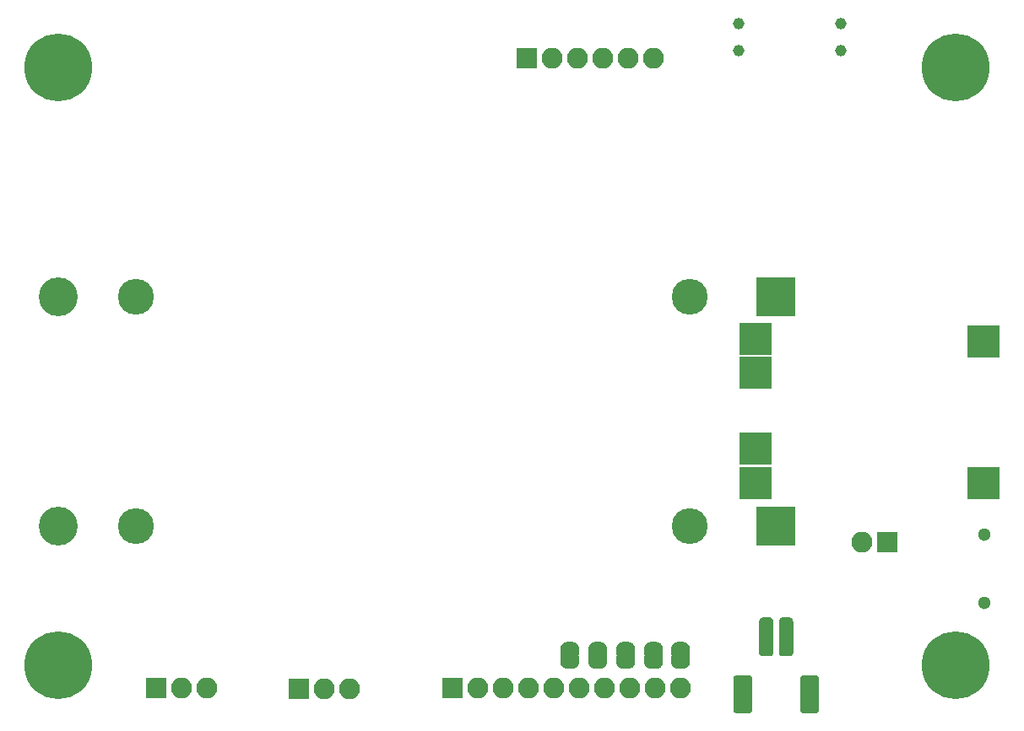
<source format=gbr>
G04 #@! TF.GenerationSoftware,KiCad,Pcbnew,(5.1.5-0-10_14)*
G04 #@! TF.CreationDate,2020-04-17T21:23:15+02:00*
G04 #@! TF.ProjectId,inuk-base,696e756b-2d62-4617-9365-2e6b69636164,rev?*
G04 #@! TF.SameCoordinates,Original*
G04 #@! TF.FileFunction,Soldermask,Bot*
G04 #@! TF.FilePolarity,Negative*
%FSLAX46Y46*%
G04 Gerber Fmt 4.6, Leading zero omitted, Abs format (unit mm)*
G04 Created by KiCad (PCBNEW (5.1.5-0-10_14)) date 2020-04-17 21:23:15*
%MOMM*%
%LPD*%
G04 APERTURE LIST*
%ADD10C,1.150000*%
%ADD11C,0.100000*%
%ADD12C,1.300000*%
%ADD13O,2.100000X2.100000*%
%ADD14R,2.100000X2.100000*%
%ADD15R,3.200000X3.200000*%
%ADD16C,1.200000*%
%ADD17C,6.800000*%
%ADD18C,3.600000*%
%ADD19R,3.900000X3.900000*%
%ADD20C,3.900000*%
G04 APERTURE END LIST*
D10*
X138450000Y-75525000D03*
X138450000Y-78275000D03*
X128250000Y-75525000D03*
X128250000Y-78275000D03*
D11*
G36*
X129314372Y-141001525D02*
G01*
X129345112Y-141006085D01*
X129375257Y-141013636D01*
X129404516Y-141024105D01*
X129432609Y-141037392D01*
X129459264Y-141053368D01*
X129484224Y-141071880D01*
X129507250Y-141092750D01*
X129528120Y-141115776D01*
X129546632Y-141140736D01*
X129562608Y-141167391D01*
X129575895Y-141195484D01*
X129586364Y-141224743D01*
X129593915Y-141254888D01*
X129598475Y-141285628D01*
X129600000Y-141316667D01*
X129600000Y-144483333D01*
X129598475Y-144514372D01*
X129593915Y-144545112D01*
X129586364Y-144575257D01*
X129575895Y-144604516D01*
X129562608Y-144632609D01*
X129546632Y-144659264D01*
X129528120Y-144684224D01*
X129507250Y-144707250D01*
X129484224Y-144728120D01*
X129459264Y-144746632D01*
X129432609Y-144762608D01*
X129404516Y-144775895D01*
X129375257Y-144786364D01*
X129345112Y-144793915D01*
X129314372Y-144798475D01*
X129283333Y-144800000D01*
X128016667Y-144800000D01*
X127985628Y-144798475D01*
X127954888Y-144793915D01*
X127924743Y-144786364D01*
X127895484Y-144775895D01*
X127867391Y-144762608D01*
X127840736Y-144746632D01*
X127815776Y-144728120D01*
X127792750Y-144707250D01*
X127771880Y-144684224D01*
X127753368Y-144659264D01*
X127737392Y-144632609D01*
X127724105Y-144604516D01*
X127713636Y-144575257D01*
X127706085Y-144545112D01*
X127701525Y-144514372D01*
X127700000Y-144483333D01*
X127700000Y-141316667D01*
X127701525Y-141285628D01*
X127706085Y-141254888D01*
X127713636Y-141224743D01*
X127724105Y-141195484D01*
X127737392Y-141167391D01*
X127753368Y-141140736D01*
X127771880Y-141115776D01*
X127792750Y-141092750D01*
X127815776Y-141071880D01*
X127840736Y-141053368D01*
X127867391Y-141037392D01*
X127895484Y-141024105D01*
X127924743Y-141013636D01*
X127954888Y-141006085D01*
X127985628Y-141001525D01*
X128016667Y-141000000D01*
X129283333Y-141000000D01*
X129314372Y-141001525D01*
G37*
G36*
X136014372Y-141001525D02*
G01*
X136045112Y-141006085D01*
X136075257Y-141013636D01*
X136104516Y-141024105D01*
X136132609Y-141037392D01*
X136159264Y-141053368D01*
X136184224Y-141071880D01*
X136207250Y-141092750D01*
X136228120Y-141115776D01*
X136246632Y-141140736D01*
X136262608Y-141167391D01*
X136275895Y-141195484D01*
X136286364Y-141224743D01*
X136293915Y-141254888D01*
X136298475Y-141285628D01*
X136300000Y-141316667D01*
X136300000Y-144483333D01*
X136298475Y-144514372D01*
X136293915Y-144545112D01*
X136286364Y-144575257D01*
X136275895Y-144604516D01*
X136262608Y-144632609D01*
X136246632Y-144659264D01*
X136228120Y-144684224D01*
X136207250Y-144707250D01*
X136184224Y-144728120D01*
X136159264Y-144746632D01*
X136132609Y-144762608D01*
X136104516Y-144775895D01*
X136075257Y-144786364D01*
X136045112Y-144793915D01*
X136014372Y-144798475D01*
X135983333Y-144800000D01*
X134716667Y-144800000D01*
X134685628Y-144798475D01*
X134654888Y-144793915D01*
X134624743Y-144786364D01*
X134595484Y-144775895D01*
X134567391Y-144762608D01*
X134540736Y-144746632D01*
X134515776Y-144728120D01*
X134492750Y-144707250D01*
X134471880Y-144684224D01*
X134453368Y-144659264D01*
X134437392Y-144632609D01*
X134424105Y-144604516D01*
X134413636Y-144575257D01*
X134406085Y-144545112D01*
X134401525Y-144514372D01*
X134400000Y-144483333D01*
X134400000Y-141316667D01*
X134401525Y-141285628D01*
X134406085Y-141254888D01*
X134413636Y-141224743D01*
X134424105Y-141195484D01*
X134437392Y-141167391D01*
X134453368Y-141140736D01*
X134471880Y-141115776D01*
X134492750Y-141092750D01*
X134515776Y-141071880D01*
X134540736Y-141053368D01*
X134567391Y-141037392D01*
X134595484Y-141024105D01*
X134624743Y-141013636D01*
X134654888Y-141006085D01*
X134685628Y-141001525D01*
X134716667Y-141000000D01*
X135983333Y-141000000D01*
X136014372Y-141001525D01*
G37*
G36*
X131384306Y-135201685D02*
G01*
X131418282Y-135206725D01*
X131451600Y-135215071D01*
X131483939Y-135226642D01*
X131514989Y-135241328D01*
X131544450Y-135258986D01*
X131572038Y-135279446D01*
X131597487Y-135302513D01*
X131620554Y-135327962D01*
X131641014Y-135355550D01*
X131658672Y-135385011D01*
X131673358Y-135416061D01*
X131684929Y-135448400D01*
X131693275Y-135481718D01*
X131698315Y-135515694D01*
X131700000Y-135550000D01*
X131700000Y-138750000D01*
X131698315Y-138784306D01*
X131693275Y-138818282D01*
X131684929Y-138851600D01*
X131673358Y-138883939D01*
X131658672Y-138914989D01*
X131641014Y-138944450D01*
X131620554Y-138972038D01*
X131597487Y-138997487D01*
X131572038Y-139020554D01*
X131544450Y-139041014D01*
X131514989Y-139058672D01*
X131483939Y-139073358D01*
X131451600Y-139084929D01*
X131418282Y-139093275D01*
X131384306Y-139098315D01*
X131350000Y-139100000D01*
X130650000Y-139100000D01*
X130615694Y-139098315D01*
X130581718Y-139093275D01*
X130548400Y-139084929D01*
X130516061Y-139073358D01*
X130485011Y-139058672D01*
X130455550Y-139041014D01*
X130427962Y-139020554D01*
X130402513Y-138997487D01*
X130379446Y-138972038D01*
X130358986Y-138944450D01*
X130341328Y-138914989D01*
X130326642Y-138883939D01*
X130315071Y-138851600D01*
X130306725Y-138818282D01*
X130301685Y-138784306D01*
X130300000Y-138750000D01*
X130300000Y-135550000D01*
X130301685Y-135515694D01*
X130306725Y-135481718D01*
X130315071Y-135448400D01*
X130326642Y-135416061D01*
X130341328Y-135385011D01*
X130358986Y-135355550D01*
X130379446Y-135327962D01*
X130402513Y-135302513D01*
X130427962Y-135279446D01*
X130455550Y-135258986D01*
X130485011Y-135241328D01*
X130516061Y-135226642D01*
X130548400Y-135215071D01*
X130581718Y-135206725D01*
X130615694Y-135201685D01*
X130650000Y-135200000D01*
X131350000Y-135200000D01*
X131384306Y-135201685D01*
G37*
G36*
X133384306Y-135201685D02*
G01*
X133418282Y-135206725D01*
X133451600Y-135215071D01*
X133483939Y-135226642D01*
X133514989Y-135241328D01*
X133544450Y-135258986D01*
X133572038Y-135279446D01*
X133597487Y-135302513D01*
X133620554Y-135327962D01*
X133641014Y-135355550D01*
X133658672Y-135385011D01*
X133673358Y-135416061D01*
X133684929Y-135448400D01*
X133693275Y-135481718D01*
X133698315Y-135515694D01*
X133700000Y-135550000D01*
X133700000Y-138750000D01*
X133698315Y-138784306D01*
X133693275Y-138818282D01*
X133684929Y-138851600D01*
X133673358Y-138883939D01*
X133658672Y-138914989D01*
X133641014Y-138944450D01*
X133620554Y-138972038D01*
X133597487Y-138997487D01*
X133572038Y-139020554D01*
X133544450Y-139041014D01*
X133514989Y-139058672D01*
X133483939Y-139073358D01*
X133451600Y-139084929D01*
X133418282Y-139093275D01*
X133384306Y-139098315D01*
X133350000Y-139100000D01*
X132650000Y-139100000D01*
X132615694Y-139098315D01*
X132581718Y-139093275D01*
X132548400Y-139084929D01*
X132516061Y-139073358D01*
X132485011Y-139058672D01*
X132455550Y-139041014D01*
X132427962Y-139020554D01*
X132402513Y-138997487D01*
X132379446Y-138972038D01*
X132358986Y-138944450D01*
X132341328Y-138914989D01*
X132326642Y-138883939D01*
X132315071Y-138851600D01*
X132306725Y-138818282D01*
X132301685Y-138784306D01*
X132300000Y-138750000D01*
X132300000Y-135550000D01*
X132301685Y-135515694D01*
X132306725Y-135481718D01*
X132315071Y-135448400D01*
X132326642Y-135416061D01*
X132341328Y-135385011D01*
X132358986Y-135355550D01*
X132379446Y-135327962D01*
X132402513Y-135302513D01*
X132427962Y-135279446D01*
X132455550Y-135258986D01*
X132485011Y-135241328D01*
X132516061Y-135226642D01*
X132548400Y-135215071D01*
X132581718Y-135206725D01*
X132615694Y-135201685D01*
X132650000Y-135200000D01*
X133350000Y-135200000D01*
X133384306Y-135201685D01*
G37*
D12*
X152900000Y-126900000D03*
X152900000Y-133700000D03*
D13*
X140560000Y-127600000D03*
D14*
X143100000Y-127600000D03*
D13*
X89180000Y-142400000D03*
X86640000Y-142400000D03*
D14*
X84100000Y-142400000D03*
D13*
X74940000Y-142300000D03*
X72400000Y-142300000D03*
D14*
X69860000Y-142300000D03*
D15*
X129900000Y-110600000D03*
X129900000Y-118200000D03*
X129900000Y-107200000D03*
X129900000Y-121700000D03*
X152800000Y-107500000D03*
X152800000Y-121700000D03*
D13*
X122360000Y-142300000D03*
X119820000Y-142300000D03*
X117280000Y-142300000D03*
X114740000Y-142300000D03*
X112200000Y-142300000D03*
X109660000Y-142300000D03*
X107120000Y-142300000D03*
X104580000Y-142300000D03*
X102040000Y-142300000D03*
D14*
X99500000Y-142300000D03*
D11*
G36*
X123349398Y-139656112D02*
G01*
X123349398Y-139674534D01*
X123348435Y-139694140D01*
X123343625Y-139742971D01*
X123340746Y-139762380D01*
X123331174Y-139810505D01*
X123326404Y-139829548D01*
X123312160Y-139876503D01*
X123305549Y-139894980D01*
X123286772Y-139940313D01*
X123278377Y-139958061D01*
X123255246Y-140001334D01*
X123245160Y-140018162D01*
X123217900Y-140058961D01*
X123206205Y-140074730D01*
X123175077Y-140112659D01*
X123161897Y-140127200D01*
X123127200Y-140161897D01*
X123112659Y-140175077D01*
X123074730Y-140206205D01*
X123058961Y-140217900D01*
X123018162Y-140245160D01*
X123001334Y-140255246D01*
X122958061Y-140278377D01*
X122940313Y-140286772D01*
X122894980Y-140305549D01*
X122876503Y-140312160D01*
X122829548Y-140326404D01*
X122810505Y-140331174D01*
X122762380Y-140340746D01*
X122742971Y-140343625D01*
X122694140Y-140348435D01*
X122674534Y-140349398D01*
X122656112Y-140349398D01*
X122650000Y-140350000D01*
X122150000Y-140350000D01*
X122143888Y-140349398D01*
X122125466Y-140349398D01*
X122105860Y-140348435D01*
X122057029Y-140343625D01*
X122037620Y-140340746D01*
X121989495Y-140331174D01*
X121970452Y-140326404D01*
X121923497Y-140312160D01*
X121905020Y-140305549D01*
X121859687Y-140286772D01*
X121841939Y-140278377D01*
X121798666Y-140255246D01*
X121781838Y-140245160D01*
X121741039Y-140217900D01*
X121725270Y-140206205D01*
X121687341Y-140175077D01*
X121672800Y-140161897D01*
X121638103Y-140127200D01*
X121624923Y-140112659D01*
X121593795Y-140074730D01*
X121582100Y-140058961D01*
X121554840Y-140018162D01*
X121544754Y-140001334D01*
X121521623Y-139958061D01*
X121513228Y-139940313D01*
X121494451Y-139894980D01*
X121487840Y-139876503D01*
X121473596Y-139829548D01*
X121468826Y-139810505D01*
X121459254Y-139762380D01*
X121456375Y-139742971D01*
X121451565Y-139694140D01*
X121450602Y-139674534D01*
X121450602Y-139656112D01*
X121450000Y-139650000D01*
X121450000Y-139150000D01*
X121453843Y-139110982D01*
X121465224Y-139073463D01*
X121483706Y-139038886D01*
X121508579Y-139008579D01*
X121538886Y-138983706D01*
X121573463Y-138965224D01*
X121610982Y-138953843D01*
X121650000Y-138950000D01*
X123150000Y-138950000D01*
X123189018Y-138953843D01*
X123226537Y-138965224D01*
X123261114Y-138983706D01*
X123291421Y-139008579D01*
X123316294Y-139038886D01*
X123334776Y-139073463D01*
X123346157Y-139110982D01*
X123350000Y-139150000D01*
X123350000Y-139650000D01*
X123349398Y-139656112D01*
G37*
G36*
X123346157Y-138889018D02*
G01*
X123334776Y-138926537D01*
X123316294Y-138961114D01*
X123291421Y-138991421D01*
X123261114Y-139016294D01*
X123226537Y-139034776D01*
X123189018Y-139046157D01*
X123150000Y-139050000D01*
X121650000Y-139050000D01*
X121610982Y-139046157D01*
X121573463Y-139034776D01*
X121538886Y-139016294D01*
X121508579Y-138991421D01*
X121483706Y-138961114D01*
X121465224Y-138926537D01*
X121453843Y-138889018D01*
X121450000Y-138850000D01*
X121450000Y-138350000D01*
X121450602Y-138343888D01*
X121450602Y-138325466D01*
X121451565Y-138305860D01*
X121456375Y-138257029D01*
X121459254Y-138237620D01*
X121468826Y-138189495D01*
X121473596Y-138170452D01*
X121487840Y-138123497D01*
X121494451Y-138105020D01*
X121513228Y-138059687D01*
X121521623Y-138041939D01*
X121544754Y-137998666D01*
X121554840Y-137981838D01*
X121582100Y-137941039D01*
X121593795Y-137925270D01*
X121624923Y-137887341D01*
X121638103Y-137872800D01*
X121672800Y-137838103D01*
X121687341Y-137824923D01*
X121725270Y-137793795D01*
X121741039Y-137782100D01*
X121781838Y-137754840D01*
X121798666Y-137744754D01*
X121841939Y-137721623D01*
X121859687Y-137713228D01*
X121905020Y-137694451D01*
X121923497Y-137687840D01*
X121970452Y-137673596D01*
X121989495Y-137668826D01*
X122037620Y-137659254D01*
X122057029Y-137656375D01*
X122105860Y-137651565D01*
X122125466Y-137650602D01*
X122143888Y-137650602D01*
X122150000Y-137650000D01*
X122650000Y-137650000D01*
X122656112Y-137650602D01*
X122674534Y-137650602D01*
X122694140Y-137651565D01*
X122742971Y-137656375D01*
X122762380Y-137659254D01*
X122810505Y-137668826D01*
X122829548Y-137673596D01*
X122876503Y-137687840D01*
X122894980Y-137694451D01*
X122940313Y-137713228D01*
X122958061Y-137721623D01*
X123001334Y-137744754D01*
X123018162Y-137754840D01*
X123058961Y-137782100D01*
X123074730Y-137793795D01*
X123112659Y-137824923D01*
X123127200Y-137838103D01*
X123161897Y-137872800D01*
X123175077Y-137887341D01*
X123206205Y-137925270D01*
X123217900Y-137941039D01*
X123245160Y-137981838D01*
X123255246Y-137998666D01*
X123278377Y-138041939D01*
X123286772Y-138059687D01*
X123305549Y-138105020D01*
X123312160Y-138123497D01*
X123326404Y-138170452D01*
X123331174Y-138189495D01*
X123340746Y-138237620D01*
X123343625Y-138257029D01*
X123348435Y-138305860D01*
X123349398Y-138325466D01*
X123349398Y-138343888D01*
X123350000Y-138350000D01*
X123350000Y-138850000D01*
X123346157Y-138889018D01*
G37*
G36*
X120649398Y-139656112D02*
G01*
X120649398Y-139674534D01*
X120648435Y-139694140D01*
X120643625Y-139742971D01*
X120640746Y-139762380D01*
X120631174Y-139810505D01*
X120626404Y-139829548D01*
X120612160Y-139876503D01*
X120605549Y-139894980D01*
X120586772Y-139940313D01*
X120578377Y-139958061D01*
X120555246Y-140001334D01*
X120545160Y-140018162D01*
X120517900Y-140058961D01*
X120506205Y-140074730D01*
X120475077Y-140112659D01*
X120461897Y-140127200D01*
X120427200Y-140161897D01*
X120412659Y-140175077D01*
X120374730Y-140206205D01*
X120358961Y-140217900D01*
X120318162Y-140245160D01*
X120301334Y-140255246D01*
X120258061Y-140278377D01*
X120240313Y-140286772D01*
X120194980Y-140305549D01*
X120176503Y-140312160D01*
X120129548Y-140326404D01*
X120110505Y-140331174D01*
X120062380Y-140340746D01*
X120042971Y-140343625D01*
X119994140Y-140348435D01*
X119974534Y-140349398D01*
X119956112Y-140349398D01*
X119950000Y-140350000D01*
X119450000Y-140350000D01*
X119443888Y-140349398D01*
X119425466Y-140349398D01*
X119405860Y-140348435D01*
X119357029Y-140343625D01*
X119337620Y-140340746D01*
X119289495Y-140331174D01*
X119270452Y-140326404D01*
X119223497Y-140312160D01*
X119205020Y-140305549D01*
X119159687Y-140286772D01*
X119141939Y-140278377D01*
X119098666Y-140255246D01*
X119081838Y-140245160D01*
X119041039Y-140217900D01*
X119025270Y-140206205D01*
X118987341Y-140175077D01*
X118972800Y-140161897D01*
X118938103Y-140127200D01*
X118924923Y-140112659D01*
X118893795Y-140074730D01*
X118882100Y-140058961D01*
X118854840Y-140018162D01*
X118844754Y-140001334D01*
X118821623Y-139958061D01*
X118813228Y-139940313D01*
X118794451Y-139894980D01*
X118787840Y-139876503D01*
X118773596Y-139829548D01*
X118768826Y-139810505D01*
X118759254Y-139762380D01*
X118756375Y-139742971D01*
X118751565Y-139694140D01*
X118750602Y-139674534D01*
X118750602Y-139656112D01*
X118750000Y-139650000D01*
X118750000Y-139150000D01*
X118753843Y-139110982D01*
X118765224Y-139073463D01*
X118783706Y-139038886D01*
X118808579Y-139008579D01*
X118838886Y-138983706D01*
X118873463Y-138965224D01*
X118910982Y-138953843D01*
X118950000Y-138950000D01*
X120450000Y-138950000D01*
X120489018Y-138953843D01*
X120526537Y-138965224D01*
X120561114Y-138983706D01*
X120591421Y-139008579D01*
X120616294Y-139038886D01*
X120634776Y-139073463D01*
X120646157Y-139110982D01*
X120650000Y-139150000D01*
X120650000Y-139650000D01*
X120649398Y-139656112D01*
G37*
G36*
X120646157Y-138889018D02*
G01*
X120634776Y-138926537D01*
X120616294Y-138961114D01*
X120591421Y-138991421D01*
X120561114Y-139016294D01*
X120526537Y-139034776D01*
X120489018Y-139046157D01*
X120450000Y-139050000D01*
X118950000Y-139050000D01*
X118910982Y-139046157D01*
X118873463Y-139034776D01*
X118838886Y-139016294D01*
X118808579Y-138991421D01*
X118783706Y-138961114D01*
X118765224Y-138926537D01*
X118753843Y-138889018D01*
X118750000Y-138850000D01*
X118750000Y-138350000D01*
X118750602Y-138343888D01*
X118750602Y-138325466D01*
X118751565Y-138305860D01*
X118756375Y-138257029D01*
X118759254Y-138237620D01*
X118768826Y-138189495D01*
X118773596Y-138170452D01*
X118787840Y-138123497D01*
X118794451Y-138105020D01*
X118813228Y-138059687D01*
X118821623Y-138041939D01*
X118844754Y-137998666D01*
X118854840Y-137981838D01*
X118882100Y-137941039D01*
X118893795Y-137925270D01*
X118924923Y-137887341D01*
X118938103Y-137872800D01*
X118972800Y-137838103D01*
X118987341Y-137824923D01*
X119025270Y-137793795D01*
X119041039Y-137782100D01*
X119081838Y-137754840D01*
X119098666Y-137744754D01*
X119141939Y-137721623D01*
X119159687Y-137713228D01*
X119205020Y-137694451D01*
X119223497Y-137687840D01*
X119270452Y-137673596D01*
X119289495Y-137668826D01*
X119337620Y-137659254D01*
X119357029Y-137656375D01*
X119405860Y-137651565D01*
X119425466Y-137650602D01*
X119443888Y-137650602D01*
X119450000Y-137650000D01*
X119950000Y-137650000D01*
X119956112Y-137650602D01*
X119974534Y-137650602D01*
X119994140Y-137651565D01*
X120042971Y-137656375D01*
X120062380Y-137659254D01*
X120110505Y-137668826D01*
X120129548Y-137673596D01*
X120176503Y-137687840D01*
X120194980Y-137694451D01*
X120240313Y-137713228D01*
X120258061Y-137721623D01*
X120301334Y-137744754D01*
X120318162Y-137754840D01*
X120358961Y-137782100D01*
X120374730Y-137793795D01*
X120412659Y-137824923D01*
X120427200Y-137838103D01*
X120461897Y-137872800D01*
X120475077Y-137887341D01*
X120506205Y-137925270D01*
X120517900Y-137941039D01*
X120545160Y-137981838D01*
X120555246Y-137998666D01*
X120578377Y-138041939D01*
X120586772Y-138059687D01*
X120605549Y-138105020D01*
X120612160Y-138123497D01*
X120626404Y-138170452D01*
X120631174Y-138189495D01*
X120640746Y-138237620D01*
X120643625Y-138257029D01*
X120648435Y-138305860D01*
X120649398Y-138325466D01*
X120649398Y-138343888D01*
X120650000Y-138350000D01*
X120650000Y-138850000D01*
X120646157Y-138889018D01*
G37*
G36*
X117849398Y-139656112D02*
G01*
X117849398Y-139674534D01*
X117848435Y-139694140D01*
X117843625Y-139742971D01*
X117840746Y-139762380D01*
X117831174Y-139810505D01*
X117826404Y-139829548D01*
X117812160Y-139876503D01*
X117805549Y-139894980D01*
X117786772Y-139940313D01*
X117778377Y-139958061D01*
X117755246Y-140001334D01*
X117745160Y-140018162D01*
X117717900Y-140058961D01*
X117706205Y-140074730D01*
X117675077Y-140112659D01*
X117661897Y-140127200D01*
X117627200Y-140161897D01*
X117612659Y-140175077D01*
X117574730Y-140206205D01*
X117558961Y-140217900D01*
X117518162Y-140245160D01*
X117501334Y-140255246D01*
X117458061Y-140278377D01*
X117440313Y-140286772D01*
X117394980Y-140305549D01*
X117376503Y-140312160D01*
X117329548Y-140326404D01*
X117310505Y-140331174D01*
X117262380Y-140340746D01*
X117242971Y-140343625D01*
X117194140Y-140348435D01*
X117174534Y-140349398D01*
X117156112Y-140349398D01*
X117150000Y-140350000D01*
X116650000Y-140350000D01*
X116643888Y-140349398D01*
X116625466Y-140349398D01*
X116605860Y-140348435D01*
X116557029Y-140343625D01*
X116537620Y-140340746D01*
X116489495Y-140331174D01*
X116470452Y-140326404D01*
X116423497Y-140312160D01*
X116405020Y-140305549D01*
X116359687Y-140286772D01*
X116341939Y-140278377D01*
X116298666Y-140255246D01*
X116281838Y-140245160D01*
X116241039Y-140217900D01*
X116225270Y-140206205D01*
X116187341Y-140175077D01*
X116172800Y-140161897D01*
X116138103Y-140127200D01*
X116124923Y-140112659D01*
X116093795Y-140074730D01*
X116082100Y-140058961D01*
X116054840Y-140018162D01*
X116044754Y-140001334D01*
X116021623Y-139958061D01*
X116013228Y-139940313D01*
X115994451Y-139894980D01*
X115987840Y-139876503D01*
X115973596Y-139829548D01*
X115968826Y-139810505D01*
X115959254Y-139762380D01*
X115956375Y-139742971D01*
X115951565Y-139694140D01*
X115950602Y-139674534D01*
X115950602Y-139656112D01*
X115950000Y-139650000D01*
X115950000Y-139150000D01*
X115953843Y-139110982D01*
X115965224Y-139073463D01*
X115983706Y-139038886D01*
X116008579Y-139008579D01*
X116038886Y-138983706D01*
X116073463Y-138965224D01*
X116110982Y-138953843D01*
X116150000Y-138950000D01*
X117650000Y-138950000D01*
X117689018Y-138953843D01*
X117726537Y-138965224D01*
X117761114Y-138983706D01*
X117791421Y-139008579D01*
X117816294Y-139038886D01*
X117834776Y-139073463D01*
X117846157Y-139110982D01*
X117850000Y-139150000D01*
X117850000Y-139650000D01*
X117849398Y-139656112D01*
G37*
G36*
X117846157Y-138889018D02*
G01*
X117834776Y-138926537D01*
X117816294Y-138961114D01*
X117791421Y-138991421D01*
X117761114Y-139016294D01*
X117726537Y-139034776D01*
X117689018Y-139046157D01*
X117650000Y-139050000D01*
X116150000Y-139050000D01*
X116110982Y-139046157D01*
X116073463Y-139034776D01*
X116038886Y-139016294D01*
X116008579Y-138991421D01*
X115983706Y-138961114D01*
X115965224Y-138926537D01*
X115953843Y-138889018D01*
X115950000Y-138850000D01*
X115950000Y-138350000D01*
X115950602Y-138343888D01*
X115950602Y-138325466D01*
X115951565Y-138305860D01*
X115956375Y-138257029D01*
X115959254Y-138237620D01*
X115968826Y-138189495D01*
X115973596Y-138170452D01*
X115987840Y-138123497D01*
X115994451Y-138105020D01*
X116013228Y-138059687D01*
X116021623Y-138041939D01*
X116044754Y-137998666D01*
X116054840Y-137981838D01*
X116082100Y-137941039D01*
X116093795Y-137925270D01*
X116124923Y-137887341D01*
X116138103Y-137872800D01*
X116172800Y-137838103D01*
X116187341Y-137824923D01*
X116225270Y-137793795D01*
X116241039Y-137782100D01*
X116281838Y-137754840D01*
X116298666Y-137744754D01*
X116341939Y-137721623D01*
X116359687Y-137713228D01*
X116405020Y-137694451D01*
X116423497Y-137687840D01*
X116470452Y-137673596D01*
X116489495Y-137668826D01*
X116537620Y-137659254D01*
X116557029Y-137656375D01*
X116605860Y-137651565D01*
X116625466Y-137650602D01*
X116643888Y-137650602D01*
X116650000Y-137650000D01*
X117150000Y-137650000D01*
X117156112Y-137650602D01*
X117174534Y-137650602D01*
X117194140Y-137651565D01*
X117242971Y-137656375D01*
X117262380Y-137659254D01*
X117310505Y-137668826D01*
X117329548Y-137673596D01*
X117376503Y-137687840D01*
X117394980Y-137694451D01*
X117440313Y-137713228D01*
X117458061Y-137721623D01*
X117501334Y-137744754D01*
X117518162Y-137754840D01*
X117558961Y-137782100D01*
X117574730Y-137793795D01*
X117612659Y-137824923D01*
X117627200Y-137838103D01*
X117661897Y-137872800D01*
X117675077Y-137887341D01*
X117706205Y-137925270D01*
X117717900Y-137941039D01*
X117745160Y-137981838D01*
X117755246Y-137998666D01*
X117778377Y-138041939D01*
X117786772Y-138059687D01*
X117805549Y-138105020D01*
X117812160Y-138123497D01*
X117826404Y-138170452D01*
X117831174Y-138189495D01*
X117840746Y-138237620D01*
X117843625Y-138257029D01*
X117848435Y-138305860D01*
X117849398Y-138325466D01*
X117849398Y-138343888D01*
X117850000Y-138350000D01*
X117850000Y-138850000D01*
X117846157Y-138889018D01*
G37*
G36*
X115049398Y-139656112D02*
G01*
X115049398Y-139674534D01*
X115048435Y-139694140D01*
X115043625Y-139742971D01*
X115040746Y-139762380D01*
X115031174Y-139810505D01*
X115026404Y-139829548D01*
X115012160Y-139876503D01*
X115005549Y-139894980D01*
X114986772Y-139940313D01*
X114978377Y-139958061D01*
X114955246Y-140001334D01*
X114945160Y-140018162D01*
X114917900Y-140058961D01*
X114906205Y-140074730D01*
X114875077Y-140112659D01*
X114861897Y-140127200D01*
X114827200Y-140161897D01*
X114812659Y-140175077D01*
X114774730Y-140206205D01*
X114758961Y-140217900D01*
X114718162Y-140245160D01*
X114701334Y-140255246D01*
X114658061Y-140278377D01*
X114640313Y-140286772D01*
X114594980Y-140305549D01*
X114576503Y-140312160D01*
X114529548Y-140326404D01*
X114510505Y-140331174D01*
X114462380Y-140340746D01*
X114442971Y-140343625D01*
X114394140Y-140348435D01*
X114374534Y-140349398D01*
X114356112Y-140349398D01*
X114350000Y-140350000D01*
X113850000Y-140350000D01*
X113843888Y-140349398D01*
X113825466Y-140349398D01*
X113805860Y-140348435D01*
X113757029Y-140343625D01*
X113737620Y-140340746D01*
X113689495Y-140331174D01*
X113670452Y-140326404D01*
X113623497Y-140312160D01*
X113605020Y-140305549D01*
X113559687Y-140286772D01*
X113541939Y-140278377D01*
X113498666Y-140255246D01*
X113481838Y-140245160D01*
X113441039Y-140217900D01*
X113425270Y-140206205D01*
X113387341Y-140175077D01*
X113372800Y-140161897D01*
X113338103Y-140127200D01*
X113324923Y-140112659D01*
X113293795Y-140074730D01*
X113282100Y-140058961D01*
X113254840Y-140018162D01*
X113244754Y-140001334D01*
X113221623Y-139958061D01*
X113213228Y-139940313D01*
X113194451Y-139894980D01*
X113187840Y-139876503D01*
X113173596Y-139829548D01*
X113168826Y-139810505D01*
X113159254Y-139762380D01*
X113156375Y-139742971D01*
X113151565Y-139694140D01*
X113150602Y-139674534D01*
X113150602Y-139656112D01*
X113150000Y-139650000D01*
X113150000Y-139150000D01*
X113153843Y-139110982D01*
X113165224Y-139073463D01*
X113183706Y-139038886D01*
X113208579Y-139008579D01*
X113238886Y-138983706D01*
X113273463Y-138965224D01*
X113310982Y-138953843D01*
X113350000Y-138950000D01*
X114850000Y-138950000D01*
X114889018Y-138953843D01*
X114926537Y-138965224D01*
X114961114Y-138983706D01*
X114991421Y-139008579D01*
X115016294Y-139038886D01*
X115034776Y-139073463D01*
X115046157Y-139110982D01*
X115050000Y-139150000D01*
X115050000Y-139650000D01*
X115049398Y-139656112D01*
G37*
G36*
X115046157Y-138889018D02*
G01*
X115034776Y-138926537D01*
X115016294Y-138961114D01*
X114991421Y-138991421D01*
X114961114Y-139016294D01*
X114926537Y-139034776D01*
X114889018Y-139046157D01*
X114850000Y-139050000D01*
X113350000Y-139050000D01*
X113310982Y-139046157D01*
X113273463Y-139034776D01*
X113238886Y-139016294D01*
X113208579Y-138991421D01*
X113183706Y-138961114D01*
X113165224Y-138926537D01*
X113153843Y-138889018D01*
X113150000Y-138850000D01*
X113150000Y-138350000D01*
X113150602Y-138343888D01*
X113150602Y-138325466D01*
X113151565Y-138305860D01*
X113156375Y-138257029D01*
X113159254Y-138237620D01*
X113168826Y-138189495D01*
X113173596Y-138170452D01*
X113187840Y-138123497D01*
X113194451Y-138105020D01*
X113213228Y-138059687D01*
X113221623Y-138041939D01*
X113244754Y-137998666D01*
X113254840Y-137981838D01*
X113282100Y-137941039D01*
X113293795Y-137925270D01*
X113324923Y-137887341D01*
X113338103Y-137872800D01*
X113372800Y-137838103D01*
X113387341Y-137824923D01*
X113425270Y-137793795D01*
X113441039Y-137782100D01*
X113481838Y-137754840D01*
X113498666Y-137744754D01*
X113541939Y-137721623D01*
X113559687Y-137713228D01*
X113605020Y-137694451D01*
X113623497Y-137687840D01*
X113670452Y-137673596D01*
X113689495Y-137668826D01*
X113737620Y-137659254D01*
X113757029Y-137656375D01*
X113805860Y-137651565D01*
X113825466Y-137650602D01*
X113843888Y-137650602D01*
X113850000Y-137650000D01*
X114350000Y-137650000D01*
X114356112Y-137650602D01*
X114374534Y-137650602D01*
X114394140Y-137651565D01*
X114442971Y-137656375D01*
X114462380Y-137659254D01*
X114510505Y-137668826D01*
X114529548Y-137673596D01*
X114576503Y-137687840D01*
X114594980Y-137694451D01*
X114640313Y-137713228D01*
X114658061Y-137721623D01*
X114701334Y-137744754D01*
X114718162Y-137754840D01*
X114758961Y-137782100D01*
X114774730Y-137793795D01*
X114812659Y-137824923D01*
X114827200Y-137838103D01*
X114861897Y-137872800D01*
X114875077Y-137887341D01*
X114906205Y-137925270D01*
X114917900Y-137941039D01*
X114945160Y-137981838D01*
X114955246Y-137998666D01*
X114978377Y-138041939D01*
X114986772Y-138059687D01*
X115005549Y-138105020D01*
X115012160Y-138123497D01*
X115026404Y-138170452D01*
X115031174Y-138189495D01*
X115040746Y-138237620D01*
X115043625Y-138257029D01*
X115048435Y-138305860D01*
X115049398Y-138325466D01*
X115049398Y-138343888D01*
X115050000Y-138350000D01*
X115050000Y-138850000D01*
X115046157Y-138889018D01*
G37*
G36*
X112249398Y-139656112D02*
G01*
X112249398Y-139674534D01*
X112248435Y-139694140D01*
X112243625Y-139742971D01*
X112240746Y-139762380D01*
X112231174Y-139810505D01*
X112226404Y-139829548D01*
X112212160Y-139876503D01*
X112205549Y-139894980D01*
X112186772Y-139940313D01*
X112178377Y-139958061D01*
X112155246Y-140001334D01*
X112145160Y-140018162D01*
X112117900Y-140058961D01*
X112106205Y-140074730D01*
X112075077Y-140112659D01*
X112061897Y-140127200D01*
X112027200Y-140161897D01*
X112012659Y-140175077D01*
X111974730Y-140206205D01*
X111958961Y-140217900D01*
X111918162Y-140245160D01*
X111901334Y-140255246D01*
X111858061Y-140278377D01*
X111840313Y-140286772D01*
X111794980Y-140305549D01*
X111776503Y-140312160D01*
X111729548Y-140326404D01*
X111710505Y-140331174D01*
X111662380Y-140340746D01*
X111642971Y-140343625D01*
X111594140Y-140348435D01*
X111574534Y-140349398D01*
X111556112Y-140349398D01*
X111550000Y-140350000D01*
X111050000Y-140350000D01*
X111043888Y-140349398D01*
X111025466Y-140349398D01*
X111005860Y-140348435D01*
X110957029Y-140343625D01*
X110937620Y-140340746D01*
X110889495Y-140331174D01*
X110870452Y-140326404D01*
X110823497Y-140312160D01*
X110805020Y-140305549D01*
X110759687Y-140286772D01*
X110741939Y-140278377D01*
X110698666Y-140255246D01*
X110681838Y-140245160D01*
X110641039Y-140217900D01*
X110625270Y-140206205D01*
X110587341Y-140175077D01*
X110572800Y-140161897D01*
X110538103Y-140127200D01*
X110524923Y-140112659D01*
X110493795Y-140074730D01*
X110482100Y-140058961D01*
X110454840Y-140018162D01*
X110444754Y-140001334D01*
X110421623Y-139958061D01*
X110413228Y-139940313D01*
X110394451Y-139894980D01*
X110387840Y-139876503D01*
X110373596Y-139829548D01*
X110368826Y-139810505D01*
X110359254Y-139762380D01*
X110356375Y-139742971D01*
X110351565Y-139694140D01*
X110350602Y-139674534D01*
X110350602Y-139656112D01*
X110350000Y-139650000D01*
X110350000Y-139150000D01*
X110353843Y-139110982D01*
X110365224Y-139073463D01*
X110383706Y-139038886D01*
X110408579Y-139008579D01*
X110438886Y-138983706D01*
X110473463Y-138965224D01*
X110510982Y-138953843D01*
X110550000Y-138950000D01*
X112050000Y-138950000D01*
X112089018Y-138953843D01*
X112126537Y-138965224D01*
X112161114Y-138983706D01*
X112191421Y-139008579D01*
X112216294Y-139038886D01*
X112234776Y-139073463D01*
X112246157Y-139110982D01*
X112250000Y-139150000D01*
X112250000Y-139650000D01*
X112249398Y-139656112D01*
G37*
G36*
X112246157Y-138889018D02*
G01*
X112234776Y-138926537D01*
X112216294Y-138961114D01*
X112191421Y-138991421D01*
X112161114Y-139016294D01*
X112126537Y-139034776D01*
X112089018Y-139046157D01*
X112050000Y-139050000D01*
X110550000Y-139050000D01*
X110510982Y-139046157D01*
X110473463Y-139034776D01*
X110438886Y-139016294D01*
X110408579Y-138991421D01*
X110383706Y-138961114D01*
X110365224Y-138926537D01*
X110353843Y-138889018D01*
X110350000Y-138850000D01*
X110350000Y-138350000D01*
X110350602Y-138343888D01*
X110350602Y-138325466D01*
X110351565Y-138305860D01*
X110356375Y-138257029D01*
X110359254Y-138237620D01*
X110368826Y-138189495D01*
X110373596Y-138170452D01*
X110387840Y-138123497D01*
X110394451Y-138105020D01*
X110413228Y-138059687D01*
X110421623Y-138041939D01*
X110444754Y-137998666D01*
X110454840Y-137981838D01*
X110482100Y-137941039D01*
X110493795Y-137925270D01*
X110524923Y-137887341D01*
X110538103Y-137872800D01*
X110572800Y-137838103D01*
X110587341Y-137824923D01*
X110625270Y-137793795D01*
X110641039Y-137782100D01*
X110681838Y-137754840D01*
X110698666Y-137744754D01*
X110741939Y-137721623D01*
X110759687Y-137713228D01*
X110805020Y-137694451D01*
X110823497Y-137687840D01*
X110870452Y-137673596D01*
X110889495Y-137668826D01*
X110937620Y-137659254D01*
X110957029Y-137656375D01*
X111005860Y-137651565D01*
X111025466Y-137650602D01*
X111043888Y-137650602D01*
X111050000Y-137650000D01*
X111550000Y-137650000D01*
X111556112Y-137650602D01*
X111574534Y-137650602D01*
X111594140Y-137651565D01*
X111642971Y-137656375D01*
X111662380Y-137659254D01*
X111710505Y-137668826D01*
X111729548Y-137673596D01*
X111776503Y-137687840D01*
X111794980Y-137694451D01*
X111840313Y-137713228D01*
X111858061Y-137721623D01*
X111901334Y-137744754D01*
X111918162Y-137754840D01*
X111958961Y-137782100D01*
X111974730Y-137793795D01*
X112012659Y-137824923D01*
X112027200Y-137838103D01*
X112061897Y-137872800D01*
X112075077Y-137887341D01*
X112106205Y-137925270D01*
X112117900Y-137941039D01*
X112145160Y-137981838D01*
X112155246Y-137998666D01*
X112178377Y-138041939D01*
X112186772Y-138059687D01*
X112205549Y-138105020D01*
X112212160Y-138123497D01*
X112226404Y-138170452D01*
X112231174Y-138189495D01*
X112240746Y-138237620D01*
X112243625Y-138257029D01*
X112248435Y-138305860D01*
X112249398Y-138325466D01*
X112249398Y-138343888D01*
X112250000Y-138350000D01*
X112250000Y-138850000D01*
X112246157Y-138889018D01*
G37*
D16*
X151697056Y-138302944D03*
X150000000Y-137600000D03*
X148302944Y-138302944D03*
X147600000Y-140000000D03*
X148302944Y-141697056D03*
X150000000Y-142400000D03*
X151697056Y-141697056D03*
X152400000Y-140000000D03*
D17*
X150000000Y-140000000D03*
D16*
X151697056Y-78302944D03*
X150000000Y-77600000D03*
X148302944Y-78302944D03*
X147600000Y-80000000D03*
X148302944Y-81697056D03*
X150000000Y-82400000D03*
X151697056Y-81697056D03*
X152400000Y-80000000D03*
D17*
X150000000Y-80000000D03*
D16*
X61697056Y-78302944D03*
X60000000Y-77600000D03*
X58302944Y-78302944D03*
X57600000Y-80000000D03*
X58302944Y-81697056D03*
X60000000Y-82400000D03*
X61697056Y-81697056D03*
X62400000Y-80000000D03*
D17*
X60000000Y-80000000D03*
D16*
X61697056Y-138302944D03*
X60000000Y-137600000D03*
X58302944Y-138302944D03*
X57600000Y-140000000D03*
X58302944Y-141697056D03*
X60000000Y-142400000D03*
X61697056Y-141697056D03*
X62400000Y-140000000D03*
D17*
X60000000Y-140000000D03*
D18*
X67745000Y-126000000D03*
X123355000Y-126000000D03*
D19*
X132000000Y-126000000D03*
D20*
X60000000Y-126000000D03*
D18*
X67745000Y-103000000D03*
X123355000Y-103000000D03*
D19*
X132000000Y-103000000D03*
D20*
X60000000Y-103000000D03*
D13*
X119700000Y-79000000D03*
X117160000Y-79000000D03*
X114620000Y-79000000D03*
X112080000Y-79000000D03*
X109540000Y-79000000D03*
D14*
X107000000Y-79000000D03*
M02*

</source>
